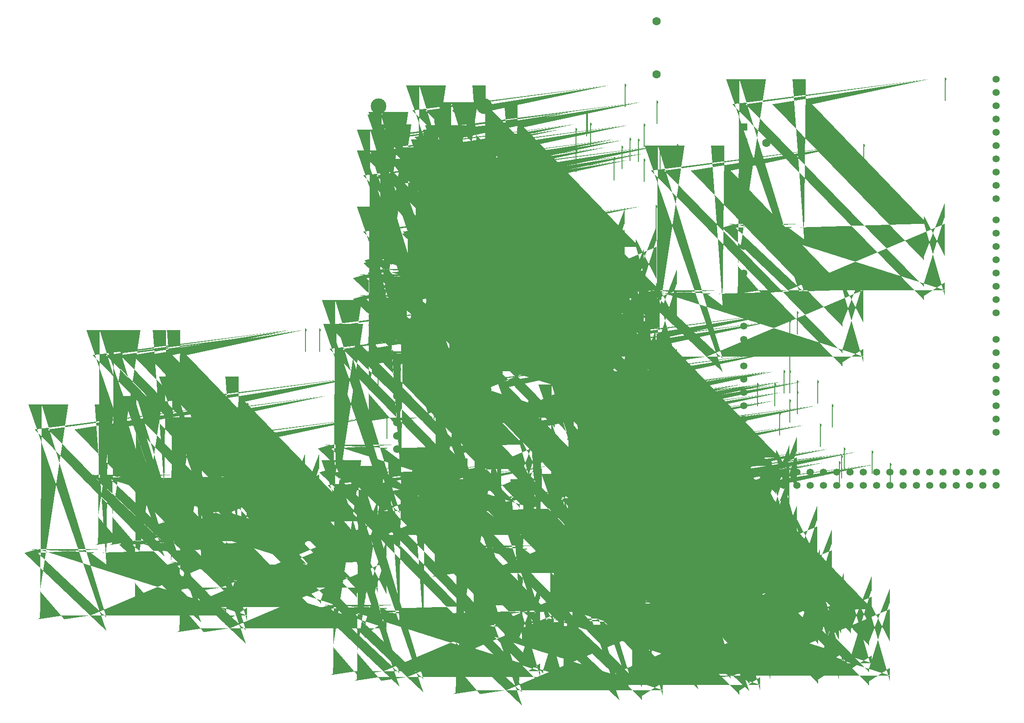
<source format=gbr>
%TF.GenerationSoftware,Flux,Pcbnew,7.0.11-7.0.11~ubuntu20.04.1*%
%TF.CreationDate,2024-05-09T22:56:52+00:00*%
%TF.ProjectId,input,696e7075-742e-46b6-9963-61645f706362,rev?*%
%TF.SameCoordinates,Original*%
%TF.FileFunction,Copper,L2,Inr*%
%TF.FilePolarity,Positive*%
%FSLAX46Y46*%
G04 Gerber Fmt 4.6, Leading zero omitted, Abs format (unit mm)*
G04 Filename: desalinator*
G04 Build it with Flux! Visit our site at: https://www.flux.ai (PCBNEW 7.0.11-7.0.11~ubuntu20.04.1) date 2024-05-09 22:56:52*
%MOMM*%
%LPD*%
G01*
G04 APERTURE LIST*
G04 Aperture macros list*
%AMFreePoly0*
4,1,5,0.765000,-0.765000,-0.765000,-0.765000,-0.765000,0.765000,0.765000,0.765000,0.765000,-0.765000,0.765000,-0.765000,$1*%
%AMFreePoly1*
4,1,5,0.679000,-0.679000,-0.679000,-0.679000,-0.679000,0.679000,0.679000,0.679000,0.679000,-0.679000,0.679000,-0.679000,$1*%
%AMFreePoly2*
4,1,129,0.022069,0.299187,0.036723,0.297744,0.051289,0.295583,0.065730,0.292711,0.080014,0.289133,0.094105,0.284858,0.107969,0.279898,0.121572,0.274263,0.134883,0.267967,0.147869,0.261026,0.160499,0.253456,0.172742,0.245275,0.184569,0.236504,0.195952,0.227163,0.206862,0.217274,0.217274,0.206862,0.227163,0.195952,0.236504,0.184569,0.245275,0.172742,0.253456,0.160499,
0.261026,0.147869,0.267967,0.134883,0.274263,0.121572,0.279898,0.107969,0.284858,0.094105,0.289133,0.080014,0.292711,0.065730,0.295583,0.051289,0.297744,0.036723,0.299187,0.022069,0.299910,0.007362,0.299910,-0.007362,0.299187,-0.022069,0.297744,-0.036723,0.295583,-0.051289,0.292711,-0.065730,0.289133,-0.080014,0.284858,-0.094105,0.279898,-0.107969,0.274263,-0.121572,
0.267967,-0.134883,0.261026,-0.147869,0.253456,-0.160499,0.245275,-0.172742,0.236504,-0.184569,0.227163,-0.195952,0.217274,-0.206862,0.206862,-0.217274,0.195952,-0.227163,0.184569,-0.236504,0.172742,-0.245275,0.160499,-0.253456,0.147869,-0.261026,0.134883,-0.267967,0.121572,-0.274263,0.107969,-0.279898,0.094105,-0.284858,0.080014,-0.289133,0.065730,-0.292711,0.051289,-0.295583,
0.036723,-0.297744,0.022069,-0.299187,0.007362,-0.299910,-0.007362,-0.299910,-0.022069,-0.299187,-0.036723,-0.297744,-0.051289,-0.295583,-0.065730,-0.292711,-0.080014,-0.289133,-0.094105,-0.284858,-0.107969,-0.279898,-0.121572,-0.274263,-0.134883,-0.267967,-0.147869,-0.261026,-0.160499,-0.253456,-0.172742,-0.245275,-0.184569,-0.236504,-0.195952,-0.227163,-0.206862,-0.217274,-0.217274,-0.206862,
-0.227163,-0.195952,-0.236504,-0.184569,-0.245275,-0.172742,-0.253456,-0.160499,-0.261026,-0.147869,-0.267967,-0.134883,-0.274263,-0.121572,-0.279898,-0.107969,-0.284858,-0.094105,-0.289133,-0.080014,-0.292711,-0.065730,-0.295583,-0.051289,-0.297744,-0.036723,-0.299187,-0.022069,-0.299910,-0.007362,-0.299910,0.007362,-0.299187,0.022069,-0.297744,0.036723,-0.295583,0.051289,-0.292711,0.065730,
-0.289133,0.080014,-0.284858,0.094105,-0.279898,0.107969,-0.274263,0.121572,-0.267967,0.134883,-0.261026,0.147869,-0.253456,0.160499,-0.245275,0.172742,-0.236504,0.184569,-0.227163,0.195952,-0.217274,0.206862,-0.206862,0.217274,-0.195952,0.227163,-0.184569,0.236504,-0.172742,0.245275,-0.160499,0.253456,-0.147869,0.261026,-0.134883,0.267967,-0.121572,0.274263,-0.107969,0.279898,
-0.094105,0.284858,-0.080014,0.289133,-0.065730,0.292711,-0.051289,0.295583,-0.036723,0.297744,-0.022069,0.299187,-0.007362,0.299910,0.007362,0.299910,0.022069,0.299187,0.022069,0.299187,$1*%
G04 Aperture macros list end*
%TA.AperFunction,ComponentPad*%
%ADD10C,1.600000*%
%TD*%
%TA.AperFunction,ComponentPad*%
%ADD11C,3.000000*%
%TD*%
%TA.AperFunction,ComponentPad*%
%ADD12C,1.700000*%
%TD*%
%TA.AperFunction,ComponentPad*%
%ADD13C,1.530000*%
%TD*%
%TA.AperFunction,ComponentPad*%
%ADD14FreePoly0,180.000000*%
%TD*%
%TA.AperFunction,ComponentPad*%
%ADD15C,1.358000*%
%TD*%
%TA.AperFunction,ComponentPad*%
%ADD16FreePoly1,0.000000*%
%TD*%
%TA.AperFunction,ComponentPad*%
%ADD17FreePoly2,0.000000*%
%TD*%
G04 APERTURE END LIST*
D10*
%TO.N,N/C*%
%TO.C,*%
X9197800Y41831900D03*
X9197810Y31671900D03*
D11*
X-43973200Y25556000D03*
X-23673200Y25560000D03*
D12*
X-36363200Y-3940000D03*
X-28743200Y-3940000D03*
X-43983200Y-3940000D03*
X-31283200Y-3940000D03*
X-23663200Y-3940000D03*
X-33823200Y-3940000D03*
X-26203200Y-3940000D03*
X-38903200Y-3940000D03*
X-41443200Y-3940000D03*
D13*
X-27654990Y-29876617D03*
X-40355003Y-34956583D03*
X-40355017Y-40036583D03*
D14*
X-27655024Y-42576617D03*
D13*
X-27654983Y-27336617D03*
X-27655017Y-40036617D03*
X-40354976Y-24796583D03*
X-40355010Y-37496583D03*
X-40354983Y-27336583D03*
X-27655010Y-37496617D03*
X-40354990Y-29876583D03*
X-27654997Y-32416617D03*
X-40354997Y-32416583D03*
X-40355024Y-42576583D03*
X-27655003Y-34956617D03*
X-27654976Y-24796617D03*
D10*
X40429900Y18503200D03*
X30269900Y18503227D03*
D15*
X74210800Y-19046700D03*
X74210800Y-13966700D03*
X71670800Y-44446700D03*
X46270800Y-46986700D03*
X74210800Y-44446700D03*
X25950800Y13973300D03*
X41190800Y-46986700D03*
X48810800Y-46986700D03*
X74210800Y28197300D03*
X69130800Y-44446700D03*
X36110800Y-44446700D03*
X25950800Y-29206700D03*
X25950800Y-8886700D03*
X74210800Y-1266700D03*
X25950800Y-16506700D03*
X74210800Y-29206700D03*
X41190800Y-44446700D03*
D16*
X25950800Y21593300D03*
D15*
X58970800Y-46986700D03*
X51350800Y-44446700D03*
X25950800Y-13966700D03*
X56430800Y-46986700D03*
X31030800Y-44446700D03*
X74210800Y-3806700D03*
X74210800Y-21586700D03*
X46270800Y-44446700D03*
X64050800Y-44446700D03*
X25950800Y8893300D03*
X33570800Y-44446700D03*
X33570800Y-46986700D03*
X74210800Y-8886700D03*
X74210800Y18037300D03*
X74210800Y25657300D03*
X74210800Y23117300D03*
X38650800Y-44446700D03*
X74210800Y-46986700D03*
X25950800Y-34286700D03*
X74210800Y-6346700D03*
X74210800Y1273300D03*
X43730800Y-46986700D03*
X53890800Y-46986700D03*
X25950800Y-1266700D03*
X74210800Y20577300D03*
X25950800Y19053300D03*
X25950800Y3813300D03*
X31030800Y-46986700D03*
X74210800Y-36826700D03*
X74210800Y3813300D03*
X48810800Y-44446700D03*
X53890800Y-44446700D03*
X25950800Y-36826700D03*
X25950800Y-6346700D03*
X61510800Y-46986700D03*
X74210800Y15497300D03*
X56430800Y-44446700D03*
X51350800Y-46986700D03*
X25950800Y6353300D03*
X69130800Y-46986700D03*
X25950800Y-39112700D03*
X36110800Y-46986700D03*
X25950800Y-11426700D03*
X74210800Y30737300D03*
X74210800Y12957300D03*
X61510800Y-44446700D03*
X66590800Y-46986700D03*
X43730800Y-44446700D03*
X38650800Y-46986700D03*
X25950800Y-19046700D03*
X74210800Y-26666700D03*
X74210800Y7877300D03*
X74210800Y-34286700D03*
X25950800Y-41652700D03*
X25950800Y16513300D03*
X74210800Y-24126700D03*
X74210800Y-31746700D03*
X71670800Y-46986700D03*
X25950800Y-24126700D03*
X25950800Y-31746700D03*
X66590800Y-44446700D03*
X25950800Y-26666700D03*
X74210800Y-11426700D03*
X74210800Y10417300D03*
X25950800Y11433300D03*
X58970800Y-44446700D03*
X64050800Y-46986700D03*
X25950800Y-3806700D03*
D17*
%TO.N,Net 2*%
X34638500Y-21586700D03*
X34638400Y-30861200D03*
X34638500Y-15592100D03*
X32664000Y-33274100D03*
X36070400Y-13966700D03*
X34638500Y-25263800D03*
X34638700Y-15592100D03*
%TO.N,Net 11*%
X13774700Y-30861200D03*
%TO.N,Net 16*%
X-57973800Y-17300600D03*
X-55276800Y-17300600D03*
X-44110500Y-26209500D03*
%TO.N,Net 1*%
X10422400Y-45834200D03*
%TO.N,Net 8*%
X40490500Y-35505000D03*
%TO.N,Net 12*%
X28428600Y-27676600D03*
X33570800Y-25263900D03*
X53890800Y-43060600D03*
X39969700Y-27161000D03*
X31764600Y-27676600D03*
X36110800Y-27161000D03*
%TO.N,Net 17*%
X-50956300Y-29876600D03*
X-69084000Y-31471800D03*
%TO.N,Net 9*%
X44138900Y-42698300D03*
X31030800Y-42698400D03*
X29075700Y-44798000D03*
%TO.N,Net 20*%
X1000100Y15497300D03*
X2582200Y17670700D03*
X4103500Y19217700D03*
X5703100Y19053300D03*
X13124200Y18037500D03*
X9795100Y16513300D03*
%TO.N,Net 19*%
X6741400Y15214200D03*
X9197800Y26327500D03*
%TO.N,Net 18*%
X-6248300Y21086100D03*
X9036700Y6353300D03*
X-6248300Y6353300D03*
X-6248300Y17079300D03*
%TO.N,Net 3*%
X-12943700Y-11523200D03*
X50357500Y-40636700D03*
X36110800Y-29206700D03*
X-12666300Y-16069000D03*
X6337100Y-23363400D03*
X42756300Y-31746700D03*
%TO.N,Net 13*%
X45090600Y-40036800D03*
X-12993900Y-42142200D03*
%TO.N,Net 15*%
X-42453000Y-33935600D03*
%TO.N,Net 10*%
X44528500Y-41495600D03*
X-8468400Y-43251600D03*
%TO.N,Net 21*%
X48752500Y18037300D03*
X64372600Y30737300D03*
%TO.N,Net 6*%
X6741300Y21886100D03*
X3155300Y29536400D03*
X-4018500Y24460100D03*
X-4237100Y23955500D03*
%TO.N,Net 18*%
X-3461900Y22117500D03*
%TD*%
M02*

</source>
